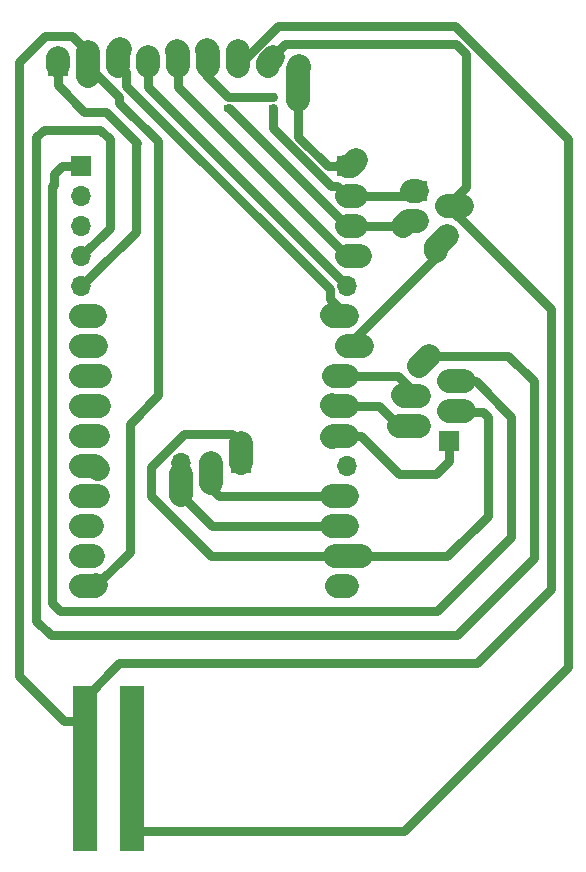
<source format=gbr>
G04 #@! TF.GenerationSoftware,KiCad,Pcbnew,5.0.2-bee76a0~70~ubuntu18.04.1*
G04 #@! TF.CreationDate,2019-08-21T23:32:46+02:00*
G04 #@! TF.ProjectId,nodemcu_shield,6e6f6465-6d63-4755-9f73-6869656c642e,rev?*
G04 #@! TF.SameCoordinates,Original*
G04 #@! TF.FileFunction,Copper,L1,Top*
G04 #@! TF.FilePolarity,Positive*
%FSLAX46Y46*%
G04 Gerber Fmt 4.6, Leading zero omitted, Abs format (unit mm)*
G04 Created by KiCad (PCBNEW 5.0.2-bee76a0~70~ubuntu18.04.1) date Mi 21 Aug 2019 23:32:46 CEST*
%MOMM*%
%LPD*%
G01*
G04 APERTURE LIST*
G04 #@! TA.AperFunction,ComponentPad*
%ADD10C,1.800000*%
G04 #@! TD*
G04 #@! TA.AperFunction,ComponentPad*
%ADD11R,1.800000X1.800000*%
G04 #@! TD*
G04 #@! TA.AperFunction,ComponentPad*
%ADD12R,1.700000X1.700000*%
G04 #@! TD*
G04 #@! TA.AperFunction,ComponentPad*
%ADD13O,1.700000X1.700000*%
G04 #@! TD*
G04 #@! TA.AperFunction,Conductor*
%ADD14C,0.100000*%
G04 #@! TD*
G04 #@! TA.AperFunction,SMDPad,CuDef*
%ADD15C,0.590000*%
G04 #@! TD*
G04 #@! TA.AperFunction,SMDPad,CuDef*
%ADD16R,2.000000X3.500000*%
G04 #@! TD*
G04 #@! TA.AperFunction,SMDPad,CuDef*
%ADD17R,2.000000X6.000000*%
G04 #@! TD*
G04 #@! TA.AperFunction,Conductor*
%ADD18C,0.800000*%
G04 #@! TD*
G04 #@! TA.AperFunction,Conductor*
%ADD19C,2.000000*%
G04 #@! TD*
G04 APERTURE END LIST*
D10*
G04 #@! TO.P,J1,6*
G04 #@! TO.N,/S3*
X36260000Y-30450000D03*
G04 #@! TO.P,J1,5*
G04 #@! TO.N,/A0*
X38800000Y-31720000D03*
D11*
G04 #@! TO.P,J1,1*
G04 #@! TO.N,/D7*
X38800000Y-36800000D03*
D10*
G04 #@! TO.P,J1,2*
G04 #@! TO.N,/D6*
X36260000Y-35530000D03*
G04 #@! TO.P,J1,3*
G04 #@! TO.N,GND*
X38800000Y-34260000D03*
G04 #@! TO.P,J1,4*
G04 #@! TO.N,/CLK*
X36260000Y-32990000D03*
G04 #@! TD*
D12*
G04 #@! TO.P,J2,1*
G04 #@! TO.N,/A0*
X7700000Y-13500000D03*
D13*
G04 #@! TO.P,J2,2*
G04 #@! TO.N,GND*
X7700000Y-16040000D03*
G04 #@! TO.P,J2,3*
G04 #@! TO.N,Net-(J2-Pad3)*
X7700000Y-18580000D03*
G04 #@! TO.P,J2,4*
G04 #@! TO.N,/S3*
X7700000Y-21120000D03*
G04 #@! TO.P,J2,5*
G04 #@! TO.N,/S2*
X7700000Y-23660000D03*
G04 #@! TO.P,J2,6*
G04 #@! TO.N,Net-(J2-Pad6)*
X7700000Y-26200000D03*
G04 #@! TO.P,J2,7*
G04 #@! TO.N,Net-(J2-Pad7)*
X7700000Y-28740000D03*
G04 #@! TO.P,J2,8*
G04 #@! TO.N,Net-(J2-Pad8)*
X7700000Y-31280000D03*
G04 #@! TO.P,J2,9*
G04 #@! TO.N,Net-(J2-Pad9)*
X7700000Y-33820000D03*
G04 #@! TO.P,J2,10*
G04 #@! TO.N,GND*
X7700000Y-36360000D03*
G04 #@! TO.P,J2,11*
G04 #@! TO.N,+3V3*
X7700000Y-38900000D03*
G04 #@! TO.P,J2,12*
G04 #@! TO.N,/EN*
X7700000Y-41440000D03*
G04 #@! TO.P,J2,13*
G04 #@! TO.N,/RST*
X7700000Y-43980000D03*
G04 #@! TO.P,J2,14*
G04 #@! TO.N,GND*
X7700000Y-46520000D03*
G04 #@! TO.P,J2,15*
G04 #@! TO.N,+5V*
X7700000Y-49060000D03*
G04 #@! TD*
G04 #@! TO.P,J3,15*
G04 #@! TO.N,+3V3*
X30200000Y-49060000D03*
G04 #@! TO.P,J3,14*
G04 #@! TO.N,GND*
X30200000Y-46520000D03*
G04 #@! TO.P,J3,13*
G04 #@! TO.N,/TX*
X30200000Y-43980000D03*
G04 #@! TO.P,J3,12*
G04 #@! TO.N,/RX*
X30200000Y-41440000D03*
G04 #@! TO.P,J3,11*
G04 #@! TO.N,/CS*
X30200000Y-38900000D03*
G04 #@! TO.P,J3,10*
G04 #@! TO.N,/D7*
X30200000Y-36360000D03*
G04 #@! TO.P,J3,9*
G04 #@! TO.N,/D6*
X30200000Y-33820000D03*
G04 #@! TO.P,J3,8*
G04 #@! TO.N,/CLK*
X30200000Y-31280000D03*
G04 #@! TO.P,J3,7*
G04 #@! TO.N,GND*
X30200000Y-28740000D03*
G04 #@! TO.P,J3,6*
G04 #@! TO.N,+3V3*
X30200000Y-26200000D03*
G04 #@! TO.P,J3,5*
G04 #@! TO.N,/D4*
X30200000Y-23660000D03*
G04 #@! TO.P,J3,4*
G04 #@! TO.N,/D3*
X30200000Y-21120000D03*
G04 #@! TO.P,J3,3*
G04 #@! TO.N,/D2*
X30200000Y-18580000D03*
G04 #@! TO.P,J3,2*
G04 #@! TO.N,/D1*
X30200000Y-16040000D03*
D12*
G04 #@! TO.P,J3,1*
G04 #@! TO.N,/D0*
X30200000Y-13500000D03*
G04 #@! TD*
D11*
G04 #@! TO.P,J5,1*
G04 #@! TO.N,/D1*
X36130000Y-15595000D03*
D10*
G04 #@! TO.P,J5,2*
G04 #@! TO.N,+5V*
X38670000Y-16865000D03*
G04 #@! TO.P,J5,3*
G04 #@! TO.N,/D2*
X36130000Y-18135000D03*
G04 #@! TO.P,J5,4*
G04 #@! TO.N,GND*
X38670000Y-19405000D03*
G04 #@! TD*
D14*
G04 #@! TO.N,/D1*
G04 #@! TO.C,R1*
G36*
X24086958Y-8290710D02*
X24101276Y-8292834D01*
X24115317Y-8296351D01*
X24128946Y-8301228D01*
X24142031Y-8307417D01*
X24154447Y-8314858D01*
X24166073Y-8323481D01*
X24176798Y-8333202D01*
X24186519Y-8343927D01*
X24195142Y-8355553D01*
X24202583Y-8367969D01*
X24208772Y-8381054D01*
X24213649Y-8394683D01*
X24217166Y-8408724D01*
X24219290Y-8423042D01*
X24220000Y-8437500D01*
X24220000Y-8732500D01*
X24219290Y-8746958D01*
X24217166Y-8761276D01*
X24213649Y-8775317D01*
X24208772Y-8788946D01*
X24202583Y-8802031D01*
X24195142Y-8814447D01*
X24186519Y-8826073D01*
X24176798Y-8836798D01*
X24166073Y-8846519D01*
X24154447Y-8855142D01*
X24142031Y-8862583D01*
X24128946Y-8868772D01*
X24115317Y-8873649D01*
X24101276Y-8877166D01*
X24086958Y-8879290D01*
X24072500Y-8880000D01*
X23727500Y-8880000D01*
X23713042Y-8879290D01*
X23698724Y-8877166D01*
X23684683Y-8873649D01*
X23671054Y-8868772D01*
X23657969Y-8862583D01*
X23645553Y-8855142D01*
X23633927Y-8846519D01*
X23623202Y-8836798D01*
X23613481Y-8826073D01*
X23604858Y-8814447D01*
X23597417Y-8802031D01*
X23591228Y-8788946D01*
X23586351Y-8775317D01*
X23582834Y-8761276D01*
X23580710Y-8746958D01*
X23580000Y-8732500D01*
X23580000Y-8437500D01*
X23580710Y-8423042D01*
X23582834Y-8408724D01*
X23586351Y-8394683D01*
X23591228Y-8381054D01*
X23597417Y-8367969D01*
X23604858Y-8355553D01*
X23613481Y-8343927D01*
X23623202Y-8333202D01*
X23633927Y-8323481D01*
X23645553Y-8314858D01*
X23657969Y-8307417D01*
X23671054Y-8301228D01*
X23684683Y-8296351D01*
X23698724Y-8292834D01*
X23713042Y-8290710D01*
X23727500Y-8290000D01*
X24072500Y-8290000D01*
X24086958Y-8290710D01*
X24086958Y-8290710D01*
G37*
D15*
G04 #@! TD*
G04 #@! TO.P,R1,2*
G04 #@! TO.N,/D1*
X23900000Y-8585000D03*
D14*
G04 #@! TO.N,+3V3*
G04 #@! TO.C,R1*
G36*
X24086958Y-7320710D02*
X24101276Y-7322834D01*
X24115317Y-7326351D01*
X24128946Y-7331228D01*
X24142031Y-7337417D01*
X24154447Y-7344858D01*
X24166073Y-7353481D01*
X24176798Y-7363202D01*
X24186519Y-7373927D01*
X24195142Y-7385553D01*
X24202583Y-7397969D01*
X24208772Y-7411054D01*
X24213649Y-7424683D01*
X24217166Y-7438724D01*
X24219290Y-7453042D01*
X24220000Y-7467500D01*
X24220000Y-7762500D01*
X24219290Y-7776958D01*
X24217166Y-7791276D01*
X24213649Y-7805317D01*
X24208772Y-7818946D01*
X24202583Y-7832031D01*
X24195142Y-7844447D01*
X24186519Y-7856073D01*
X24176798Y-7866798D01*
X24166073Y-7876519D01*
X24154447Y-7885142D01*
X24142031Y-7892583D01*
X24128946Y-7898772D01*
X24115317Y-7903649D01*
X24101276Y-7907166D01*
X24086958Y-7909290D01*
X24072500Y-7910000D01*
X23727500Y-7910000D01*
X23713042Y-7909290D01*
X23698724Y-7907166D01*
X23684683Y-7903649D01*
X23671054Y-7898772D01*
X23657969Y-7892583D01*
X23645553Y-7885142D01*
X23633927Y-7876519D01*
X23623202Y-7866798D01*
X23613481Y-7856073D01*
X23604858Y-7844447D01*
X23597417Y-7832031D01*
X23591228Y-7818946D01*
X23586351Y-7805317D01*
X23582834Y-7791276D01*
X23580710Y-7776958D01*
X23580000Y-7762500D01*
X23580000Y-7467500D01*
X23580710Y-7453042D01*
X23582834Y-7438724D01*
X23586351Y-7424683D01*
X23591228Y-7411054D01*
X23597417Y-7397969D01*
X23604858Y-7385553D01*
X23613481Y-7373927D01*
X23623202Y-7363202D01*
X23633927Y-7353481D01*
X23645553Y-7344858D01*
X23657969Y-7337417D01*
X23671054Y-7331228D01*
X23684683Y-7326351D01*
X23698724Y-7322834D01*
X23713042Y-7320710D01*
X23727500Y-7320000D01*
X24072500Y-7320000D01*
X24086958Y-7320710D01*
X24086958Y-7320710D01*
G37*
D15*
G04 #@! TD*
G04 #@! TO.P,R1,1*
G04 #@! TO.N,+3V3*
X23900000Y-7615000D03*
D14*
G04 #@! TO.N,+3V3*
G04 #@! TO.C,R2*
G36*
X20286958Y-7320710D02*
X20301276Y-7322834D01*
X20315317Y-7326351D01*
X20328946Y-7331228D01*
X20342031Y-7337417D01*
X20354447Y-7344858D01*
X20366073Y-7353481D01*
X20376798Y-7363202D01*
X20386519Y-7373927D01*
X20395142Y-7385553D01*
X20402583Y-7397969D01*
X20408772Y-7411054D01*
X20413649Y-7424683D01*
X20417166Y-7438724D01*
X20419290Y-7453042D01*
X20420000Y-7467500D01*
X20420000Y-7762500D01*
X20419290Y-7776958D01*
X20417166Y-7791276D01*
X20413649Y-7805317D01*
X20408772Y-7818946D01*
X20402583Y-7832031D01*
X20395142Y-7844447D01*
X20386519Y-7856073D01*
X20376798Y-7866798D01*
X20366073Y-7876519D01*
X20354447Y-7885142D01*
X20342031Y-7892583D01*
X20328946Y-7898772D01*
X20315317Y-7903649D01*
X20301276Y-7907166D01*
X20286958Y-7909290D01*
X20272500Y-7910000D01*
X19927500Y-7910000D01*
X19913042Y-7909290D01*
X19898724Y-7907166D01*
X19884683Y-7903649D01*
X19871054Y-7898772D01*
X19857969Y-7892583D01*
X19845553Y-7885142D01*
X19833927Y-7876519D01*
X19823202Y-7866798D01*
X19813481Y-7856073D01*
X19804858Y-7844447D01*
X19797417Y-7832031D01*
X19791228Y-7818946D01*
X19786351Y-7805317D01*
X19782834Y-7791276D01*
X19780710Y-7776958D01*
X19780000Y-7762500D01*
X19780000Y-7467500D01*
X19780710Y-7453042D01*
X19782834Y-7438724D01*
X19786351Y-7424683D01*
X19791228Y-7411054D01*
X19797417Y-7397969D01*
X19804858Y-7385553D01*
X19813481Y-7373927D01*
X19823202Y-7363202D01*
X19833927Y-7353481D01*
X19845553Y-7344858D01*
X19857969Y-7337417D01*
X19871054Y-7331228D01*
X19884683Y-7326351D01*
X19898724Y-7322834D01*
X19913042Y-7320710D01*
X19927500Y-7320000D01*
X20272500Y-7320000D01*
X20286958Y-7320710D01*
X20286958Y-7320710D01*
G37*
D15*
G04 #@! TD*
G04 #@! TO.P,R2,2*
G04 #@! TO.N,+3V3*
X20100000Y-7615000D03*
D14*
G04 #@! TO.N,/D2*
G04 #@! TO.C,R2*
G36*
X20286958Y-8290710D02*
X20301276Y-8292834D01*
X20315317Y-8296351D01*
X20328946Y-8301228D01*
X20342031Y-8307417D01*
X20354447Y-8314858D01*
X20366073Y-8323481D01*
X20376798Y-8333202D01*
X20386519Y-8343927D01*
X20395142Y-8355553D01*
X20402583Y-8367969D01*
X20408772Y-8381054D01*
X20413649Y-8394683D01*
X20417166Y-8408724D01*
X20419290Y-8423042D01*
X20420000Y-8437500D01*
X20420000Y-8732500D01*
X20419290Y-8746958D01*
X20417166Y-8761276D01*
X20413649Y-8775317D01*
X20408772Y-8788946D01*
X20402583Y-8802031D01*
X20395142Y-8814447D01*
X20386519Y-8826073D01*
X20376798Y-8836798D01*
X20366073Y-8846519D01*
X20354447Y-8855142D01*
X20342031Y-8862583D01*
X20328946Y-8868772D01*
X20315317Y-8873649D01*
X20301276Y-8877166D01*
X20286958Y-8879290D01*
X20272500Y-8880000D01*
X19927500Y-8880000D01*
X19913042Y-8879290D01*
X19898724Y-8877166D01*
X19884683Y-8873649D01*
X19871054Y-8868772D01*
X19857969Y-8862583D01*
X19845553Y-8855142D01*
X19833927Y-8846519D01*
X19823202Y-8836798D01*
X19813481Y-8826073D01*
X19804858Y-8814447D01*
X19797417Y-8802031D01*
X19791228Y-8788946D01*
X19786351Y-8775317D01*
X19782834Y-8761276D01*
X19780710Y-8746958D01*
X19780000Y-8732500D01*
X19780000Y-8437500D01*
X19780710Y-8423042D01*
X19782834Y-8408724D01*
X19786351Y-8394683D01*
X19791228Y-8381054D01*
X19797417Y-8367969D01*
X19804858Y-8355553D01*
X19813481Y-8343927D01*
X19823202Y-8333202D01*
X19833927Y-8323481D01*
X19845553Y-8314858D01*
X19857969Y-8307417D01*
X19871054Y-8301228D01*
X19884683Y-8296351D01*
X19898724Y-8292834D01*
X19913042Y-8290710D01*
X19927500Y-8290000D01*
X20272500Y-8290000D01*
X20286958Y-8290710D01*
X20286958Y-8290710D01*
G37*
D15*
G04 #@! TD*
G04 #@! TO.P,R2,1*
G04 #@! TO.N,/D2*
X20100000Y-8585000D03*
D16*
G04 #@! TO.P,J6,2*
G04 #@! TO.N,GND*
X12000000Y-69750000D03*
D17*
X12000000Y-60500000D03*
G04 #@! TO.P,J6,1*
G04 #@! TO.N,+5V*
X8000000Y-60500000D03*
D16*
X8000000Y-69750000D03*
G04 #@! TD*
D12*
G04 #@! TO.P,J7,1*
G04 #@! TO.N,GND*
X21200000Y-38600000D03*
D13*
G04 #@! TO.P,J7,2*
G04 #@! TO.N,/RX*
X18660000Y-38600000D03*
G04 #@! TO.P,J7,3*
G04 #@! TO.N,/TX*
X16120000Y-38600000D03*
G04 #@! TD*
D12*
G04 #@! TO.P,J4,1*
G04 #@! TO.N,/S2*
X5700000Y-5000000D03*
D13*
G04 #@! TO.P,J4,2*
G04 #@! TO.N,+5V*
X8240000Y-5000000D03*
G04 #@! TO.P,J4,3*
G04 #@! TO.N,+3V3*
X10780000Y-5000000D03*
G04 #@! TO.P,J4,4*
G04 #@! TO.N,/D4*
X13320000Y-5000000D03*
G04 #@! TO.P,J4,5*
G04 #@! TO.N,/D3*
X15860000Y-5000000D03*
G04 #@! TO.P,J4,6*
G04 #@! TO.N,+3V3*
X18400000Y-5000000D03*
G04 #@! TO.P,J4,7*
G04 #@! TO.N,GND*
X20940000Y-5000000D03*
G04 #@! TO.P,J4,8*
G04 #@! TO.N,+5V*
X23480000Y-5000000D03*
G04 #@! TO.P,J4,9*
G04 #@! TO.N,/D0*
X26020000Y-5000000D03*
G04 #@! TD*
D18*
G04 #@! TO.N,/S3*
X10100000Y-18720000D02*
X7700000Y-21120000D01*
X9300000Y-10400000D02*
X10100000Y-11200000D01*
X4500000Y-10400000D02*
X9300000Y-10400000D01*
X3900000Y-11000000D02*
X4500000Y-10400000D01*
X3900000Y-52000000D02*
X3900000Y-11000000D01*
X5100000Y-53200000D02*
X3900000Y-52000000D01*
X43850001Y-29550001D02*
X46000000Y-31700000D01*
X46000000Y-31700000D02*
X46000000Y-46700000D01*
X10100000Y-11200000D02*
X10100000Y-18720000D01*
X46000000Y-46700000D02*
X39500000Y-53200000D01*
X37159999Y-29550001D02*
X43850001Y-29550001D01*
X39500000Y-53200000D02*
X5100000Y-53200000D01*
D19*
X36260000Y-30450000D02*
X37159999Y-29550001D01*
D18*
G04 #@! TO.N,/A0*
X44100000Y-34700000D02*
X41120000Y-31720000D01*
X5900000Y-51200000D02*
X37800000Y-51200000D01*
X37800000Y-51200000D02*
X44100000Y-44900000D01*
X7700000Y-13500000D02*
X6050000Y-13500000D01*
X5200000Y-15200000D02*
X5200000Y-50500000D01*
X44100000Y-44900000D02*
X44100000Y-34700000D01*
X6050000Y-13500000D02*
X5350000Y-14200000D01*
X5350000Y-14200000D02*
X5350000Y-15050000D01*
X5350000Y-15050000D02*
X5200000Y-15200000D01*
X5200000Y-50500000D02*
X5900000Y-51200000D01*
D19*
X38800000Y-31720000D02*
X40100000Y-31720000D01*
D18*
X41120000Y-31720000D02*
X40100000Y-31720000D01*
G04 #@! TO.N,/D6*
X32920000Y-33820000D02*
X30200000Y-33820000D01*
X34630000Y-35530000D02*
X32920000Y-33820000D01*
D19*
X28997919Y-33820000D02*
X28900000Y-33722081D01*
X30200000Y-33820000D02*
X28997919Y-33820000D01*
X36260000Y-35530000D02*
X34630000Y-35530000D01*
D18*
G04 #@! TO.N,/D7*
X38800000Y-38500000D02*
X38800000Y-36800000D01*
X37749949Y-39550051D02*
X38800000Y-38500000D01*
X34592132Y-39550051D02*
X37749949Y-39550051D01*
X31402081Y-36360000D02*
X34592132Y-39550051D01*
X30200000Y-36360000D02*
X31402081Y-36360000D01*
D19*
X28997919Y-36360000D02*
X28900000Y-36457919D01*
X30200000Y-36360000D02*
X28997919Y-36360000D01*
D18*
G04 #@! TO.N,/CLK*
X34550000Y-31280000D02*
X36260000Y-32990000D01*
X30200000Y-31280000D02*
X34550000Y-31280000D01*
D19*
X30200000Y-31280000D02*
X29120000Y-31280000D01*
X34987208Y-32990000D02*
X34900000Y-32902792D01*
X36260000Y-32990000D02*
X34987208Y-32990000D01*
D18*
G04 #@! TO.N,GND*
X40072792Y-34260000D02*
X40112792Y-34300000D01*
X40112792Y-34300000D02*
X41700000Y-34300000D01*
X41700000Y-34300000D02*
X42100000Y-34700000D01*
X42100000Y-34700000D02*
X42100000Y-43100000D01*
X42100000Y-43100000D02*
X38680000Y-46520000D01*
X31049999Y-27890001D02*
X30200000Y-28740000D01*
X37770001Y-21169999D02*
X31049999Y-27890001D01*
X18720000Y-46520000D02*
X13600000Y-41400000D01*
X13600000Y-38973998D02*
X16373998Y-36200000D01*
X13600000Y-41400000D02*
X13600000Y-38973998D01*
X20450000Y-36200000D02*
X21200000Y-36950000D01*
X16373998Y-36200000D02*
X20450000Y-36200000D01*
D19*
X31402081Y-28740000D02*
X31442081Y-28700000D01*
X30200000Y-28740000D02*
X31402081Y-28740000D01*
X30200000Y-46520000D02*
X29200000Y-46520000D01*
D18*
X29200000Y-46520000D02*
X18720000Y-46520000D01*
D19*
X30200000Y-46520000D02*
X31400000Y-46520000D01*
D18*
X38680000Y-46520000D02*
X31400000Y-46520000D01*
X20940000Y-5000000D02*
X24340000Y-1600000D01*
X39314226Y-1600000D02*
X48900000Y-11185774D01*
X24340000Y-1600000D02*
X39314226Y-1600000D01*
X48900000Y-11185774D02*
X48900000Y-55900000D01*
X35050000Y-69750000D02*
X12000000Y-69750000D01*
X48900000Y-55900000D02*
X35050000Y-69750000D01*
D19*
X7700000Y-46520000D02*
X8680000Y-46520000D01*
X7700000Y-36360000D02*
X9140000Y-36360000D01*
X20940000Y-3797919D02*
X21000000Y-3737919D01*
X20940000Y-5000000D02*
X20940000Y-3797919D01*
X37770001Y-20304999D02*
X37770001Y-20700000D01*
X38670000Y-19405000D02*
X37770001Y-20304999D01*
D18*
X37770001Y-20700000D02*
X37770001Y-21169999D01*
D19*
X38800000Y-34260000D02*
X40072792Y-34260000D01*
X21200000Y-38600000D02*
X21200000Y-36950000D01*
X12000000Y-60500000D02*
X12000000Y-69750000D01*
D18*
G04 #@! TO.N,/S2*
X8549999Y-22810001D02*
X7700000Y-23660000D01*
X12300000Y-19060000D02*
X8549999Y-22810001D01*
X5700000Y-6650000D02*
X7950000Y-8900000D01*
X7950000Y-8900000D02*
X9800000Y-8900000D01*
X9800000Y-8900000D02*
X12400000Y-11500000D01*
X12400000Y-11500000D02*
X12300000Y-11600000D01*
X5700000Y-5000000D02*
X5700000Y-6650000D01*
X12300000Y-11600000D02*
X12300000Y-19060000D01*
D19*
X5700000Y-5000000D02*
X5700000Y-4300000D01*
G04 #@! TO.N,Net-(J2-Pad6)*
X7700000Y-26200000D02*
X8902081Y-26200000D01*
G04 #@! TO.N,Net-(J2-Pad7)*
X8902081Y-28740000D02*
X8942081Y-28700000D01*
X7700000Y-28740000D02*
X8902081Y-28740000D01*
G04 #@! TO.N,Net-(J2-Pad8)*
X7700000Y-31280000D02*
X9280000Y-31280000D01*
G04 #@! TO.N,Net-(J2-Pad9)*
X7700000Y-33820000D02*
X9180000Y-33820000D01*
D18*
G04 #@! TO.N,+3V3*
X20100000Y-7615000D02*
X23900000Y-7615000D01*
X29350001Y-25350001D02*
X30200000Y-26200000D01*
X28749999Y-24749999D02*
X29350001Y-25350001D01*
X28749999Y-23915773D02*
X28749999Y-24749999D01*
X11509999Y-6675773D02*
X28749999Y-23915773D01*
X11509999Y-5549999D02*
X11509999Y-6675773D01*
X10660000Y-4700000D02*
X11509999Y-5549999D01*
X18280000Y-5795000D02*
X20100000Y-7615000D01*
X18280000Y-4700000D02*
X18280000Y-5795000D01*
D19*
X28997919Y-26200000D02*
X28900000Y-26102081D01*
X30200000Y-26200000D02*
X28997919Y-26200000D01*
X30200000Y-49060000D02*
X29360000Y-49060000D01*
X8902081Y-38900000D02*
X9100000Y-39097919D01*
X7700000Y-38900000D02*
X8902081Y-38900000D01*
X10780000Y-3797919D02*
X11000000Y-3577919D01*
X10780000Y-5000000D02*
X10780000Y-3797919D01*
X18400000Y-3797919D02*
X18302081Y-3700000D01*
X18400000Y-5000000D02*
X18400000Y-3797919D01*
G04 #@! TO.N,/EN*
X7700000Y-41440000D02*
X9140000Y-41440000D01*
G04 #@! TO.N,/RST*
X7700000Y-43980000D02*
X8620000Y-43980000D01*
D18*
G04 #@! TO.N,+5V*
X8000000Y-49360000D02*
X7700000Y-49060000D01*
X24950001Y-3149999D02*
X39449999Y-3149999D01*
X39449999Y-3149999D02*
X40300000Y-4000000D01*
X40300000Y-15235000D02*
X38670000Y-16865000D01*
X40300000Y-4000000D02*
X40300000Y-15235000D01*
X8000000Y-58500000D02*
X8000000Y-60500000D01*
X10900000Y-55600000D02*
X8000000Y-58500000D01*
X38670000Y-16865000D02*
X39569999Y-17764999D01*
X39569999Y-17764999D02*
X39664999Y-17764999D01*
X39664999Y-17764999D02*
X47500000Y-25600000D01*
X47500000Y-25600000D02*
X47500000Y-49300000D01*
X47500000Y-49300000D02*
X41200000Y-55600000D01*
X41200000Y-55600000D02*
X10900000Y-55600000D01*
D19*
X8902081Y-49060000D02*
X8962081Y-49000000D01*
X7700000Y-49060000D02*
X8902081Y-49060000D01*
D18*
X10915783Y-7675783D02*
X10915783Y-8115783D01*
X14200000Y-32900000D02*
X11800000Y-35300000D01*
X8240000Y-5000000D02*
X10915783Y-7675783D01*
X11800000Y-46162081D02*
X8902081Y-49060000D01*
X14200000Y-11400000D02*
X14200000Y-32900000D01*
X10915783Y-8115783D02*
X14200000Y-11400000D01*
X11800000Y-35300000D02*
X11800000Y-46162081D01*
X6200000Y-60500000D02*
X2400000Y-56700000D01*
X8000000Y-60500000D02*
X6200000Y-60500000D01*
X2400000Y-56700000D02*
X2400000Y-4700000D01*
X2400000Y-4700000D02*
X4600000Y-2500000D01*
X6942081Y-2500000D02*
X8240000Y-3797919D01*
X4600000Y-2500000D02*
X6942081Y-2500000D01*
D19*
X8240000Y-5000000D02*
X8240000Y-3797919D01*
X8240000Y-5000000D02*
X8240000Y-5840000D01*
X23480000Y-4722754D02*
X23951377Y-4251377D01*
X23480000Y-5000000D02*
X23480000Y-4722754D01*
D18*
X23500000Y-4600000D02*
X23951377Y-4251377D01*
X23951377Y-4251377D02*
X24950001Y-3149999D01*
D19*
X38670000Y-16865000D02*
X39965000Y-16865000D01*
X8000000Y-60500000D02*
X8000000Y-69750000D01*
D18*
G04 #@! TO.N,/TX*
X20297919Y-43980000D02*
X20277919Y-44000000D01*
X20277919Y-44000000D02*
X18800000Y-44000000D01*
X18800000Y-44000000D02*
X16120000Y-41320000D01*
D19*
X30200000Y-43980000D02*
X28900000Y-43980000D01*
D18*
X28900000Y-43980000D02*
X20297919Y-43980000D01*
D19*
X16120000Y-41320000D02*
X16120000Y-39600000D01*
D18*
X16120000Y-39600000D02*
X16120000Y-38600000D01*
G04 #@! TO.N,/RX*
X19340000Y-41440000D02*
X18660000Y-40760000D01*
D19*
X30200000Y-41440000D02*
X28900000Y-41440000D01*
D18*
X28900000Y-41440000D02*
X19340000Y-41440000D01*
D19*
X18660000Y-38600000D02*
X18660000Y-40300000D01*
D18*
X18660000Y-40760000D02*
X18660000Y-40300000D01*
G04 #@! TO.N,/D4*
X13340000Y-6800000D02*
X13340000Y-4600000D01*
X30200000Y-23660000D02*
X13340000Y-6800000D01*
D19*
X13320000Y-5000000D02*
X13320000Y-4280000D01*
D18*
G04 #@! TO.N,/D3*
X15880000Y-6800000D02*
X15880000Y-4600000D01*
X30200000Y-21120000D02*
X15880000Y-6800000D01*
D19*
X30200000Y-21120000D02*
X31280000Y-21120000D01*
X15860000Y-3797919D02*
X15800000Y-3737919D01*
X15860000Y-5000000D02*
X15860000Y-3797919D01*
D18*
G04 #@! TO.N,/D2*
X20235010Y-8615010D02*
X20100000Y-8615010D01*
X30200000Y-18580000D02*
X20235010Y-8615010D01*
D19*
X30200000Y-18580000D02*
X31000000Y-18580000D01*
X35345000Y-18135000D02*
X34900000Y-18580000D01*
X36130000Y-18135000D02*
X35345000Y-18135000D01*
D18*
X31000000Y-18580000D02*
X34900000Y-18580000D01*
G04 #@! TO.N,/D1*
X35685000Y-16040000D02*
X36130000Y-15595000D01*
X23900000Y-10264226D02*
X23900000Y-8615010D01*
X28825775Y-15190001D02*
X23900000Y-10264226D01*
X29350001Y-15190001D02*
X28825775Y-15190001D01*
X30200000Y-16040000D02*
X29350001Y-15190001D01*
D19*
X30200000Y-16040000D02*
X31000000Y-16040000D01*
D18*
X31000000Y-16040000D02*
X35685000Y-16040000D01*
D19*
X36130000Y-15595000D02*
X35695000Y-15595000D01*
D18*
G04 #@! TO.N,/D0*
X28550000Y-13500000D02*
X30200000Y-13500000D01*
X26040000Y-10990000D02*
X28550000Y-13500000D01*
D19*
X30200000Y-13500000D02*
X30500000Y-13500000D01*
X30500000Y-13500000D02*
X31000000Y-13000000D01*
X26151385Y-5162651D02*
X26151385Y-5000000D01*
X26040000Y-5274036D02*
X26151385Y-5162651D01*
X26040000Y-7900000D02*
X26040000Y-5274036D01*
D18*
X26040000Y-7900000D02*
X26040000Y-10990000D01*
X26040000Y-4600000D02*
X26040000Y-7900000D01*
G04 #@! TD*
M02*

</source>
